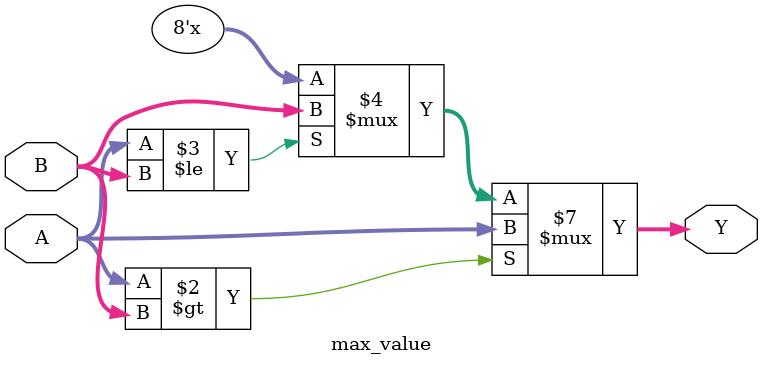
<source format=v>
`timescale 1ns / 1ps

module max_value #(parameter In_d_W=8) (
    input [In_d_W-1:0] A,
    input [In_d_W-1:0] B,
    output reg [In_d_W-1:0] Y
    );
    
    always@(*)
    begin
        if(A>B)
            Y<=A;
        else if(A<=B)
            Y<=B;
    end
endmodule

</source>
